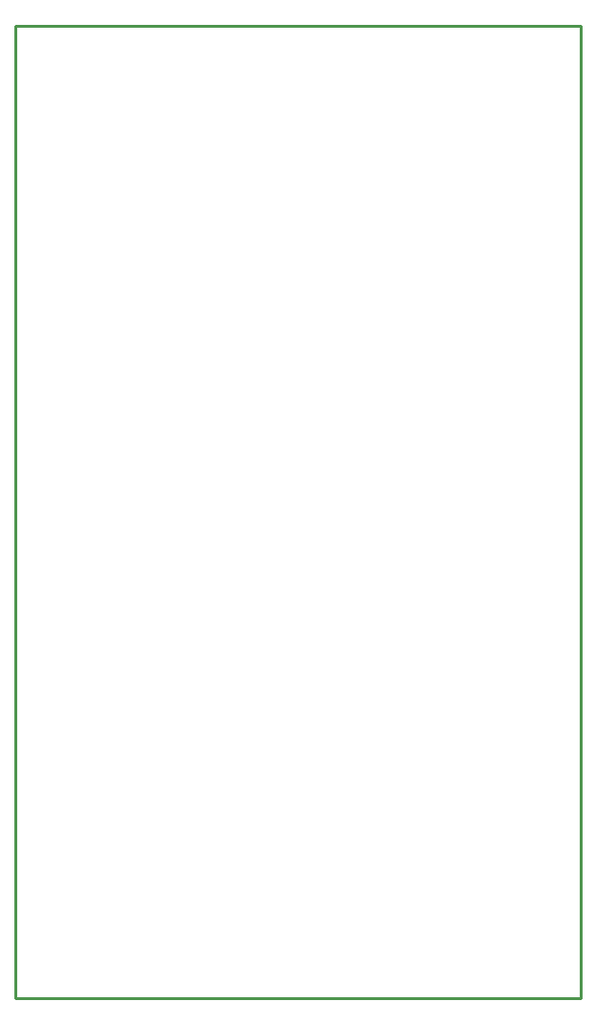
<source format=gbr>
%TF.GenerationSoftware,KiCad,Pcbnew,7.0.9-7.0.9~ubuntu22.04.1*%
%TF.CreationDate,2025-03-11T13:54:11+02:00*%
%TF.ProjectId,MOD-LCD2.8RTP_Rev_D,4d4f442d-4c43-4443-922e-385254505f52,D*%
%TF.SameCoordinates,PX2aea540PY8677d40*%
%TF.FileFunction,Profile,NP*%
%FSLAX46Y46*%
G04 Gerber Fmt 4.6, Leading zero omitted, Abs format (unit mm)*
G04 Created by KiCad (PCBNEW 7.0.9-7.0.9~ubuntu22.04.1) date 2025-03-11 13:54:11*
%MOMM*%
%LPD*%
G01*
G04 APERTURE LIST*
%TA.AperFunction,Profile*%
%ADD10C,0.254000*%
%TD*%
G04 APERTURE END LIST*
D10*
X0Y86000000D02*
X50000000Y86000000D01*
X50000000Y0D02*
X0Y0D01*
X0Y0D02*
X0Y86000000D01*
X50000000Y86000000D02*
X50000000Y0D01*
M02*

</source>
